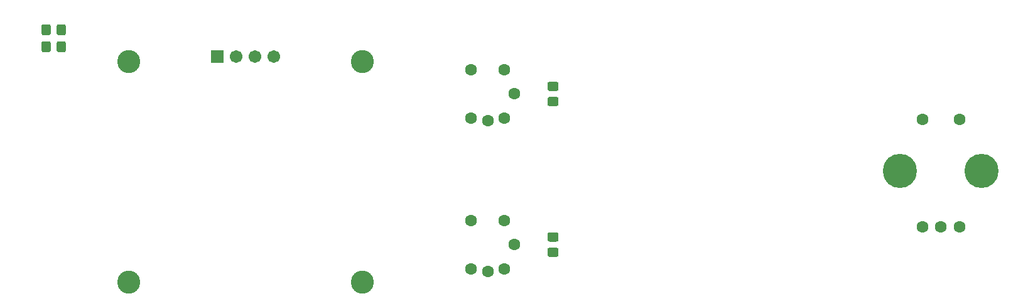
<source format=gbr>
%TF.GenerationSoftware,KiCad,Pcbnew,(5.1.6)-1*%
%TF.CreationDate,2025-04-19T10:29:00-04:00*%
%TF.ProjectId,mt32-pi-bay,6d743332-2d70-4692-9d62-61792e6b6963,rev?*%
%TF.SameCoordinates,Original*%
%TF.FileFunction,Soldermask,Top*%
%TF.FilePolarity,Negative*%
%FSLAX46Y46*%
G04 Gerber Fmt 4.6, Leading zero omitted, Abs format (unit mm)*
G04 Created by KiCad (PCBNEW (5.1.6)-1) date 2025-04-19 10:29:00*
%MOMM*%
%LPD*%
G01*
G04 APERTURE LIST*
%ADD10C,3.100000*%
%ADD11C,1.712000*%
%ADD12R,1.712000X1.712000*%
%ADD13C,1.600000*%
%ADD14C,4.603000*%
G04 APERTURE END LIST*
%TO.C,D1*%
G36*
G01*
X81968500Y-75658238D02*
X81968500Y-76614762D01*
G75*
G02*
X81696762Y-76886500I-271738J0D01*
G01*
X80990238Y-76886500D01*
G75*
G02*
X80718500Y-76614762I0J271738D01*
G01*
X80718500Y-75658238D01*
G75*
G02*
X80990238Y-75386500I271738J0D01*
G01*
X81696762Y-75386500D01*
G75*
G02*
X81968500Y-75658238I0J-271738D01*
G01*
G37*
G36*
G01*
X79918500Y-75658238D02*
X79918500Y-76614762D01*
G75*
G02*
X79646762Y-76886500I-271738J0D01*
G01*
X78940238Y-76886500D01*
G75*
G02*
X78668500Y-76614762I0J271738D01*
G01*
X78668500Y-75658238D01*
G75*
G02*
X78940238Y-75386500I271738J0D01*
G01*
X79646762Y-75386500D01*
G75*
G02*
X79918500Y-75658238I0J-271738D01*
G01*
G37*
%TD*%
D10*
%TO.C,DS1*%
X121922000Y-107877500D03*
X90422000Y-107877500D03*
X90422000Y-78177500D03*
X121922000Y-78177500D03*
D11*
X109982000Y-77477500D03*
X107442000Y-77477500D03*
X104902000Y-77477500D03*
D12*
X102362000Y-77477500D03*
%TD*%
D13*
%TO.C,IC1*%
X197421500Y-100393500D03*
X202421500Y-100393500D03*
X199921500Y-100393500D03*
X197421500Y-85893500D03*
X202421500Y-85893500D03*
D14*
X194421500Y-92893500D03*
X205421500Y-92893500D03*
%TD*%
%TO.C,R1*%
G36*
G01*
X78668500Y-74328762D02*
X78668500Y-73372238D01*
G75*
G02*
X78940238Y-73100500I271738J0D01*
G01*
X79646762Y-73100500D01*
G75*
G02*
X79918500Y-73372238I0J-271738D01*
G01*
X79918500Y-74328762D01*
G75*
G02*
X79646762Y-74600500I-271738J0D01*
G01*
X78940238Y-74600500D01*
G75*
G02*
X78668500Y-74328762I0J271738D01*
G01*
G37*
G36*
G01*
X80718500Y-74328762D02*
X80718500Y-73372238D01*
G75*
G02*
X80990238Y-73100500I271738J0D01*
G01*
X81696762Y-73100500D01*
G75*
G02*
X81968500Y-73372238I0J-271738D01*
G01*
X81968500Y-74328762D01*
G75*
G02*
X81696762Y-74600500I-271738J0D01*
G01*
X80990238Y-74600500D01*
G75*
G02*
X80718500Y-74328762I0J271738D01*
G01*
G37*
%TD*%
%TO.C,R2*%
G36*
G01*
X147159238Y-80845500D02*
X148115762Y-80845500D01*
G75*
G02*
X148387500Y-81117238I0J-271738D01*
G01*
X148387500Y-81823762D01*
G75*
G02*
X148115762Y-82095500I-271738J0D01*
G01*
X147159238Y-82095500D01*
G75*
G02*
X146887500Y-81823762I0J271738D01*
G01*
X146887500Y-81117238D01*
G75*
G02*
X147159238Y-80845500I271738J0D01*
G01*
G37*
G36*
G01*
X147159238Y-82895500D02*
X148115762Y-82895500D01*
G75*
G02*
X148387500Y-83167238I0J-271738D01*
G01*
X148387500Y-83873762D01*
G75*
G02*
X148115762Y-84145500I-271738J0D01*
G01*
X147159238Y-84145500D01*
G75*
G02*
X146887500Y-83873762I0J271738D01*
G01*
X146887500Y-83167238D01*
G75*
G02*
X147159238Y-82895500I271738J0D01*
G01*
G37*
%TD*%
%TO.C,R3*%
G36*
G01*
X147159238Y-103197500D02*
X148115762Y-103197500D01*
G75*
G02*
X148387500Y-103469238I0J-271738D01*
G01*
X148387500Y-104175762D01*
G75*
G02*
X148115762Y-104447500I-271738J0D01*
G01*
X147159238Y-104447500D01*
G75*
G02*
X146887500Y-104175762I0J271738D01*
G01*
X146887500Y-103469238D01*
G75*
G02*
X147159238Y-103197500I271738J0D01*
G01*
G37*
G36*
G01*
X147159238Y-101147500D02*
X148115762Y-101147500D01*
G75*
G02*
X148387500Y-101419238I0J-271738D01*
G01*
X148387500Y-102125762D01*
G75*
G02*
X148115762Y-102397500I-271738J0D01*
G01*
X147159238Y-102397500D01*
G75*
G02*
X146887500Y-102125762I0J271738D01*
G01*
X146887500Y-101419238D01*
G75*
G02*
X147159238Y-101147500I271738J0D01*
G01*
G37*
%TD*%
D13*
%TO.C,S1*%
X136588500Y-85725000D03*
X136588500Y-79225000D03*
X141088500Y-85725000D03*
X141088500Y-79225000D03*
X142438500Y-82475000D03*
X138838500Y-86075000D03*
%TD*%
%TO.C,S2*%
X138838500Y-106395000D03*
X142438500Y-102795000D03*
X141088500Y-99545000D03*
X141088500Y-106045000D03*
X136588500Y-99545000D03*
X136588500Y-106045000D03*
%TD*%
M02*

</source>
